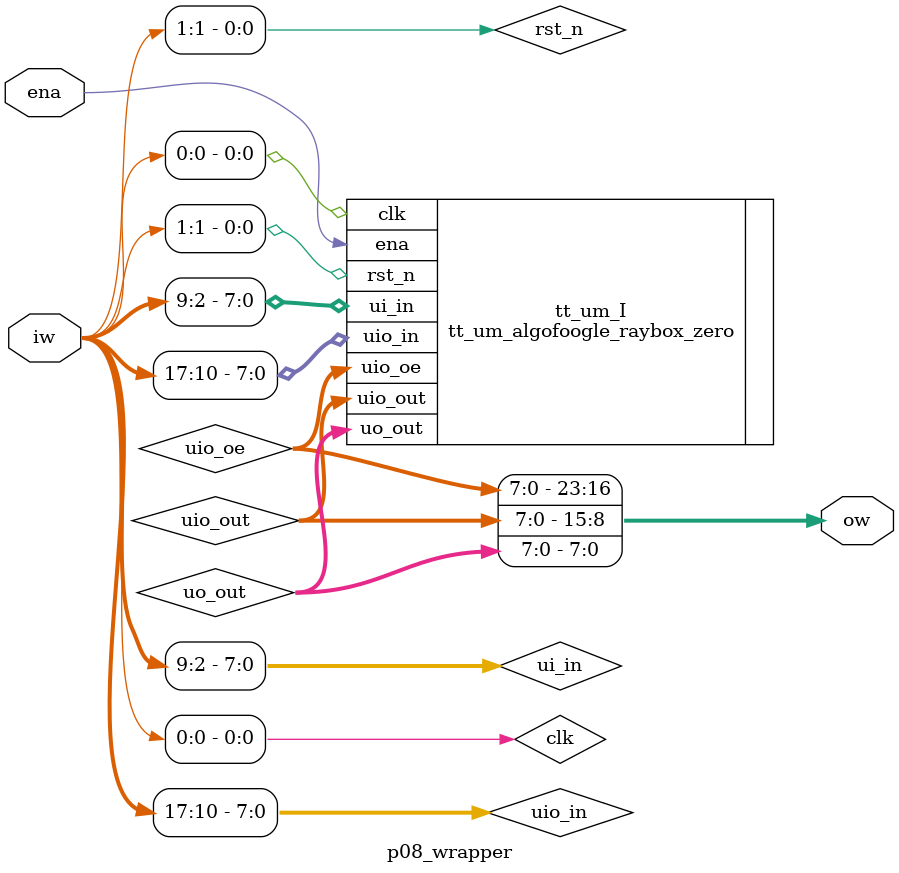
<source format=v>
`default_nettype none

module p08_wrapper (
  input wire ena,
  input wire [17:0] iw,
  output wire [23:0] ow
);

wire [7:0] uio_in;
wire [7:0] uio_out;
wire [7:0] uio_oe;
wire [7:0] uo_out;
wire [7:0] ui_in;
wire clk;
wire rst_n;

assign { uio_in, ui_in, rst_n, clk} = iw;
assign ow = { uio_oe, uio_out, uo_out };

tt_um_algofoogle_raybox_zero tt_um_I (
  .uio_in  (uio_in),
  .uio_out (uio_out),
  .uio_oe  (uio_oe),
  .uo_out  (uo_out),
  .ui_in   (ui_in),
  .ena     (ena),
  .clk     (clk),
  .rst_n   (rst_n)
);

endmodule

</source>
